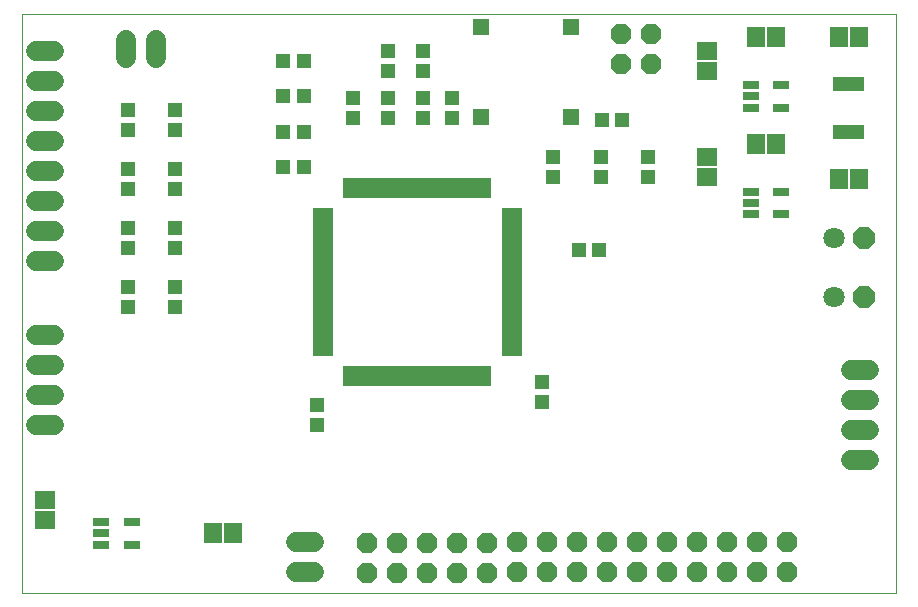
<source format=gts>
G75*
%MOIN*%
%OFA0B0*%
%FSLAX24Y24*%
%IPPOS*%
%LPD*%
%AMOC8*
5,1,8,0,0,1.08239X$1,22.5*
%
%ADD10C,0.0000*%
%ADD11R,0.0671X0.0188*%
%ADD12R,0.0188X0.0671*%
%ADD13C,0.0680*%
%ADD14R,0.0257X0.0474*%
%ADD15C,0.0710*%
%ADD16OC8,0.0710*%
%ADD17R,0.0592X0.0671*%
%ADD18R,0.0552X0.0297*%
%ADD19R,0.0671X0.0592*%
%ADD20R,0.0552X0.0552*%
%ADD21OC8,0.0680*%
%ADD22R,0.0474X0.0513*%
%ADD23R,0.0513X0.0474*%
D10*
X000160Y000160D02*
X000160Y019451D01*
X029294Y019451D01*
X029294Y000160D01*
X000160Y000160D01*
D11*
X010192Y008148D03*
X010192Y008345D03*
X010192Y008542D03*
X010192Y008739D03*
X010192Y008936D03*
X010192Y009132D03*
X010192Y009329D03*
X010192Y009526D03*
X010192Y009723D03*
X010192Y009920D03*
X010192Y010117D03*
X010192Y010314D03*
X010192Y010510D03*
X010192Y010707D03*
X010192Y010904D03*
X010192Y011101D03*
X010192Y011298D03*
X010192Y011495D03*
X010192Y011692D03*
X010192Y011888D03*
X010192Y012085D03*
X010192Y012282D03*
X010192Y012479D03*
X010192Y012676D03*
X010192Y012873D03*
X016491Y012873D03*
X016491Y012676D03*
X016491Y012479D03*
X016491Y012282D03*
X016491Y012085D03*
X016491Y011888D03*
X016491Y011692D03*
X016491Y011495D03*
X016491Y011298D03*
X016491Y011101D03*
X016491Y010904D03*
X016491Y010707D03*
X016491Y010510D03*
X016491Y010314D03*
X016491Y010117D03*
X016491Y009920D03*
X016491Y009723D03*
X016491Y009526D03*
X016491Y009329D03*
X016491Y009132D03*
X016491Y008936D03*
X016491Y008739D03*
X016491Y008542D03*
X016491Y008345D03*
X016491Y008148D03*
D12*
X015703Y007361D03*
X015506Y007361D03*
X015310Y007361D03*
X015113Y007361D03*
X014916Y007361D03*
X014719Y007361D03*
X014522Y007361D03*
X014325Y007361D03*
X014129Y007361D03*
X013932Y007361D03*
X013735Y007361D03*
X013538Y007361D03*
X013341Y007361D03*
X013144Y007361D03*
X012947Y007361D03*
X012751Y007361D03*
X012554Y007361D03*
X012357Y007361D03*
X012160Y007361D03*
X011963Y007361D03*
X011766Y007361D03*
X011569Y007361D03*
X011373Y007361D03*
X011176Y007361D03*
X010979Y007361D03*
X010979Y013660D03*
X011176Y013660D03*
X011373Y013660D03*
X011569Y013660D03*
X011766Y013660D03*
X011963Y013660D03*
X012160Y013660D03*
X012357Y013660D03*
X012554Y013660D03*
X012751Y013660D03*
X012947Y013660D03*
X013144Y013660D03*
X013341Y013660D03*
X013538Y013660D03*
X013735Y013660D03*
X013932Y013660D03*
X014129Y013660D03*
X014325Y013660D03*
X014522Y013660D03*
X014719Y013660D03*
X014916Y013660D03*
X015113Y013660D03*
X015310Y013660D03*
X015506Y013660D03*
X015703Y013660D03*
D13*
X004636Y017970D02*
X004636Y018570D01*
X003636Y018570D02*
X003636Y017970D01*
X001247Y018227D02*
X000647Y018227D01*
X000647Y017227D02*
X001247Y017227D01*
X001247Y016227D02*
X000647Y016227D01*
X000647Y015227D02*
X001247Y015227D01*
X001247Y014227D02*
X000647Y014227D01*
X000647Y013227D02*
X001247Y013227D01*
X001247Y012227D02*
X000647Y012227D01*
X000647Y011227D02*
X001247Y011227D01*
X001247Y008747D02*
X000647Y008747D01*
X000647Y007747D02*
X001247Y007747D01*
X001247Y006747D02*
X000647Y006747D01*
X000647Y005747D02*
X001247Y005747D01*
X009309Y001841D02*
X009909Y001841D01*
X009909Y000841D02*
X009309Y000841D01*
X027813Y004566D02*
X028413Y004566D01*
X028413Y005566D02*
X027813Y005566D01*
X027813Y006566D02*
X028413Y006566D01*
X028413Y007566D02*
X027813Y007566D01*
D14*
X027847Y015495D03*
X027591Y015495D03*
X027335Y015495D03*
X028103Y015495D03*
X028103Y017109D03*
X027847Y017109D03*
X027591Y017109D03*
X027335Y017109D03*
D15*
X027219Y011971D03*
X027219Y010003D03*
D16*
X028219Y010003D03*
X028219Y011971D03*
D17*
X028054Y013940D03*
X027384Y013940D03*
X025298Y015121D03*
X024629Y015121D03*
X024629Y018664D03*
X025298Y018664D03*
X027384Y018664D03*
X028054Y018664D03*
X007188Y002129D03*
X006518Y002129D03*
D18*
X003821Y002503D03*
X002798Y002503D03*
X002798Y002129D03*
X002798Y001755D03*
X003821Y001755D03*
X024451Y012778D03*
X024451Y013152D03*
X024451Y013526D03*
X025475Y013526D03*
X025475Y012778D03*
X025475Y016321D03*
X024451Y016321D03*
X024451Y016695D03*
X024451Y017069D03*
X025475Y017069D03*
D19*
X022995Y017542D03*
X022995Y018211D03*
X022995Y014668D03*
X022995Y013999D03*
X000947Y003251D03*
X000947Y002581D03*
D20*
X015471Y016022D03*
X018471Y016022D03*
X018471Y019022D03*
X015471Y019022D03*
D21*
X020132Y018770D03*
X021132Y018770D03*
X021132Y017770D03*
X020132Y017770D03*
X019664Y001841D03*
X018664Y001841D03*
X017664Y001841D03*
X016664Y001841D03*
X015664Y001802D03*
X014664Y001802D03*
X013664Y001802D03*
X012664Y001802D03*
X011664Y001802D03*
X011664Y000802D03*
X012664Y000802D03*
X013664Y000802D03*
X014664Y000802D03*
X015664Y000802D03*
X016664Y000841D03*
X017664Y000841D03*
X018664Y000841D03*
X019664Y000841D03*
X020664Y000841D03*
X021664Y000841D03*
X022664Y000841D03*
X023664Y000841D03*
X024664Y000841D03*
X025664Y000841D03*
X025664Y001841D03*
X024664Y001841D03*
X023664Y001841D03*
X022664Y001841D03*
X021664Y001841D03*
X020664Y001841D03*
D22*
X017483Y006518D03*
X017483Y007188D03*
X010003Y006400D03*
X010003Y005731D03*
X005278Y009668D03*
X005278Y010337D03*
X005278Y011636D03*
X005278Y012306D03*
X005278Y013605D03*
X005278Y014274D03*
X005278Y015573D03*
X005278Y016243D03*
X011184Y015967D03*
X011184Y016636D03*
X012365Y016636D03*
X012365Y015967D03*
X012365Y017542D03*
X012365Y018211D03*
X013546Y018211D03*
X013546Y017542D03*
X014491Y016636D03*
X014491Y015967D03*
D23*
X013546Y015967D03*
X013546Y016636D03*
X009550Y016695D03*
X008881Y016695D03*
X008881Y015514D03*
X009550Y015514D03*
X009550Y014333D03*
X008881Y014333D03*
X008881Y017877D03*
X009550Y017877D03*
X003703Y016243D03*
X003703Y015573D03*
X003703Y014274D03*
X003703Y013605D03*
X003703Y012306D03*
X003703Y011636D03*
X003703Y010337D03*
X003703Y009668D03*
X017877Y013999D03*
X017877Y014668D03*
X019451Y014668D03*
X019451Y013999D03*
X021026Y013999D03*
X021026Y014668D03*
X020180Y015908D03*
X019510Y015908D03*
X019392Y011577D03*
X018723Y011577D03*
M02*

</source>
